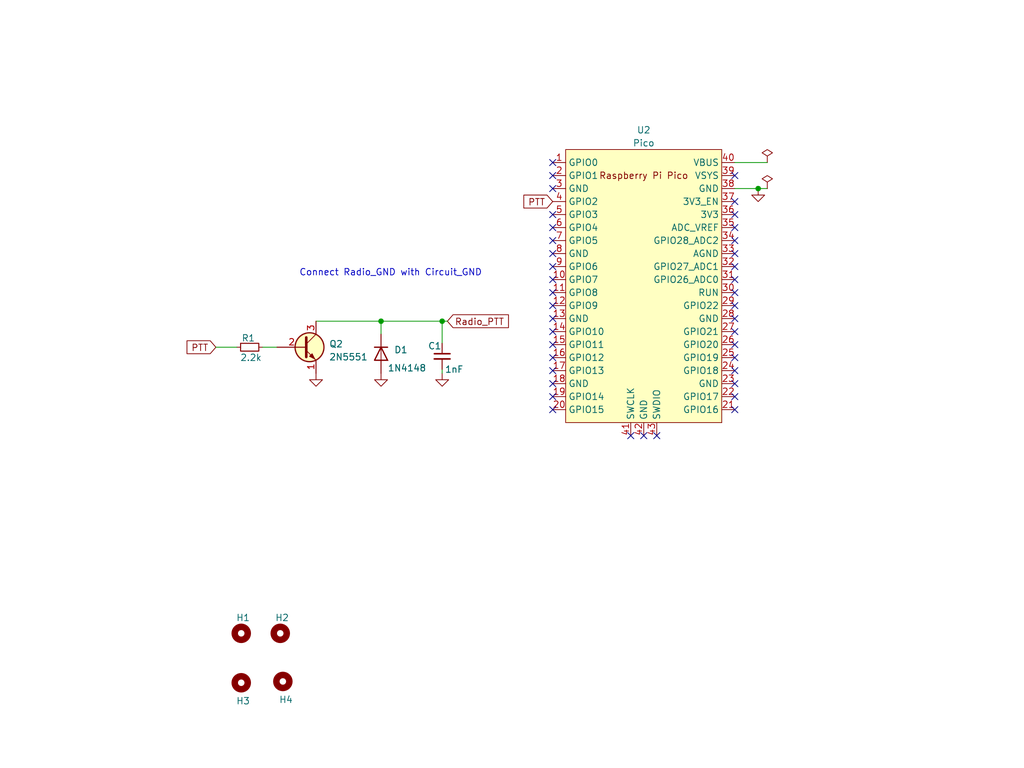
<source format=kicad_sch>
(kicad_sch (version 20230121) (generator eeschema)
  (paper "User" 200 150.012)
  (title_block (title "Bad Digirig (RTS triggers PTT digitally)") (date "2023-04-05") (rev "V0.1"))
  (lib_symbols
    (symbol "Device:C_Small" (pin_numbers hide) (pin_names (offset 0.254) hide)
      (property "Reference" "C" (at 0.254 1.778 0))
      (property "Value" "C_Small" (at 0.254 -2.032 0))
      (symbol "C_Small_0_1"
        (polyline (pts (xy -1.524 -0.508) (xy 1.524 -0.508)) (stroke (width 0.3302)))
        (polyline (pts (xy -1.524 0.508) (xy 1.524 0.508)) (stroke (width 0.3048)))
      )
      (symbol "C_Small_1_1"
        (pin passive line (at 0 2.54 270) (length 2.032) (name "~") (number "1"))
        (pin passive line (at 0 -2.54 90) (length 2.032) (name "~") (number "2"))
      )
    )
    (symbol "Device:R_Small" (pin_numbers hide) (pin_names (offset 0.254) hide)
      (property "Reference" "R" (at 0.762 0.508 0))
      (property "Value" "R_Small" (at 0.762 -1.016 0))
      (symbol "R_Small_0_1"
        (rectangle (start -0.762 1.778) (end 0.762 -1.778) (stroke (width 0.2032)))
      )
      (symbol "R_Small_1_1"
        (pin passive line (at 0 2.54 270) (length 0.762) (name "~") (number "1"))
        (pin passive line (at 0 -2.54 90) (length 0.762) (name "~") (number "2"))
      )
    )
    (symbol "Diode:1N4148" (pin_numbers hide) (pin_names hide)
      (property "Reference" "D" (at 0 2.54 0))
      (property "Value" "1N4148" (at 0 -2.54 0))
      (symbol "1N4148_0_1"
        (polyline (pts (xy -1.27 1.27) (xy -1.27 -1.27)) (stroke (width 0.254)))
        (polyline (pts (xy 1.27 0) (xy -1.27 0)))
        (polyline (pts (xy 1.27 1.27) (xy 1.27 -1.27) (xy -1.27 0) (xy 1.27 1.27)) (stroke (width 0.254)))
      )
      (symbol "1N4148_1_1"
        (pin passive line (at -3.81 0 0) (length 2.54) (name "K") (number "1"))
        (pin passive line (at 3.81 0 180) (length 2.54) (name "A") (number "2"))
      )
    )
    (symbol "Mechanical:MountingHole" (pin_names (offset 1.016))
      (property "Reference" "H" (at 0 5.08 0))
      (property "Value" "MountingHole" (at 0 3.175 0))
      (symbol "MountingHole_0_1"
        (circle (center 0 0) (radius 1.27) (stroke (width 1.27)))
      )
    )
    (symbol "PCM_Transistor_BJT_AKL:2N5551" (pin_names hide)
      (property "Reference" "Q" (at 5.08 1.27 0))
      (property "Value" "2N5551" (at 5.08 -1.27 0))
      (symbol "2N5551_0_1"
        (polyline (pts (xy 0.635 0.635) (xy 2.54 2.54)))
        (polyline (pts (xy 0.635 -0.635) (xy 2.54 -2.54) (xy 2.54 -2.54)))
        (polyline (pts (xy 0.635 1.905) (xy 0.635 -1.905) (xy 0.635 -1.905)) (stroke (width 0.508)))
        (polyline (pts (xy 1.27 -1.778) (xy 1.778 -1.27) (xy 2.286 -2.286) (xy 1.27 -1.778) (xy 1.27 -1.778)) (fill (type outline)))
        (circle (center 1.27 0) (radius 2.8194) (stroke (width 0.254)) (fill (type background)))
      )
      (symbol "2N5551_1_1"
        (pin passive line (at 2.54 -5.08 90) (length 2.54) (name "E") (number "1"))
        (pin passive line (at -5.08 0 0) (length 5.715) (name "B") (number "2"))
        (pin passive line (at 2.54 5.08 270) (length 2.54) (name "C") (number "3"))
      )
    )
    (symbol "pico_fixed:Pico"
      (property "Reference" "U2" (at 0 30.48 0))
      (property "Value" "Pico" (at 0 27.94 0))
      (symbol "Pico_0_0"
        (text "Raspberry Pi Pico" (at 0 21.59 0) (effects (font (size 1.27 1.27))))
      )
      (symbol "Pico_0_1"
        (rectangle (start -15.24 26.67) (end 15.24 -26.67) (fill (type background)))
      )
      (symbol "Pico_1_1"
        (pin bidirectional line (at -17.78 24.13 0) (length 2.54) (name "GPIO0") (number "1"))
        (pin bidirectional line (at -17.78 1.27 0) (length 2.54) (name "GPIO7") (number "10"))
        (pin bidirectional line (at -17.78 -1.27 0) (length 2.54) (name "GPIO8") (number "11"))
        (pin bidirectional line (at -17.78 -3.81 0) (length 2.54) (name "GPIO9") (number "12"))
        (pin power_in line (at -17.78 -6.35 0) (length 2.54) (name "GND") (number "13"))
        (pin bidirectional line (at -17.78 -8.89 0) (length 2.54) (name "GPIO10") (number "14"))
        (pin bidirectional line (at -17.78 -11.43 0) (length 2.54) (name "GPIO11") (number "15"))
        (pin bidirectional line (at -17.78 -13.97 0) (length 2.54) (name "GPIO12") (number "16"))
        (pin bidirectional line (at -17.78 -16.51 0) (length 2.54) (name "GPIO13") (number "17"))
        (pin power_in line (at -17.78 -19.05 0) (length 2.54) (name "GND") (number "18"))
        (pin bidirectional line (at -17.78 -21.59 0) (length 2.54) (name "GPIO14") (number "19"))
        (pin bidirectional line (at -17.78 21.59 0) (length 2.54) (name "GPIO1") (number "2"))
        (pin bidirectional line (at -17.78 -24.13 0) (length 2.54) (name "GPIO15") (number "20"))
        (pin bidirectional line (at 17.78 -24.13 180) (length 2.54) (name "GPIO16") (number "21"))
        (pin bidirectional line (at 17.78 -21.59 180) (length 2.54) (name "GPIO17") (number "22"))
        (pin power_in line (at 17.78 -19.05 180) (length 2.54) (name "GND") (number "23"))
        (pin bidirectional line (at 17.78 -16.51 180) (length 2.54) (name "GPIO18") (number "24"))
        (pin bidirectional line (at 17.78 -13.97 180) (length 2.54) (name "GPIO19") (number "25"))
        (pin bidirectional line (at 17.78 -11.43 180) (length 2.54) (name "GPIO20") (number "26"))
        (pin bidirectional line (at 17.78 -8.89 180) (length 2.54) (name "GPIO21") (number "27"))
        (pin power_in line (at 17.78 -6.35 180) (length 2.54) (name "GND") (number "28"))
        (pin bidirectional line (at 17.78 -3.81 180) (length 2.54) (name "GPIO22") (number "29"))
        (pin power_in line (at -17.78 19.05 0) (length 2.54) (name "GND") (number "3"))
        (pin input line (at 17.78 -1.27 180) (length 2.54) (name "RUN") (number "30"))
        (pin bidirectional line (at 17.78 1.27 180) (length 2.54) (name "GPIO26_ADC0") (number "31"))
        (pin bidirectional line (at 17.78 3.81 180) (length 2.54) (name "GPIO27_ADC1") (number "32"))
        (pin power_in line (at 17.78 6.35 180) (length 2.54) (name "AGND") (number "33"))
        (pin bidirectional line (at 17.78 8.89 180) (length 2.54) (name "GPIO28_ADC2") (number "34"))
        (pin power_in line (at 17.78 11.43 180) (length 2.54) (name "ADC_VREF") (number "35"))
        (pin power_in line (at 17.78 13.97 180) (length 2.54) (name "3V3") (number "36"))
        (pin input line (at 17.78 16.51 180) (length 2.54) (name "3V3_EN") (number "37"))
        (pin power_in line (at 17.78 19.05 180) (length 2.54) (name "GND") (number "38"))
        (pin power_in line (at 17.78 21.59 180) (length 2.54) (name "VSYS") (number "39"))
        (pin bidirectional line (at -17.78 16.51 0) (length 2.54) (name "GPIO2") (number "4"))
        (pin power_in line (at 17.78 24.13 180) (length 2.54) (name "VBUS") (number "40"))
        (pin input line (at -2.54 -29.21 90) (length 2.54) (name "SWCLK") (number "41"))
        (pin power_in line (at 0 -29.21 90) (length 2.54) (name "GND") (number "42"))
        (pin bidirectional line (at 2.54 -29.21 90) (length 2.54) (name "SWDIO") (number "43"))
        (pin bidirectional line (at -17.78 13.97 0) (length 2.54) (name "GPIO3") (number "5"))
        (pin bidirectional line (at -17.78 11.43 0) (length 2.54) (name "GPIO4") (number "6"))
        (pin bidirectional line (at -17.78 8.89 0) (length 2.54) (name "GPIO5") (number "7"))
        (pin power_in line (at -17.78 6.35 0) (length 2.54) (name "GND") (number "8"))
        (pin bidirectional line (at -17.78 3.81 0) (length 2.54) (name "GPIO6") (number "9"))
      )
    )
    (symbol "power:GND" (power) (pin_names (offset 0))
      (property "Value" "GND" (at 0 -3.81 0))
      (symbol "GND_0_1"
        (polyline (pts (xy 0 0) (xy 0 -1.27) (xy 1.27 -1.27) (xy 0 -2.54) (xy -1.27 -1.27) (xy 0 -1.27)))
      )
      (symbol "GND_1_1"
        (pin power_in line (at 0 0 270) (length 0) hide (name "GND") (number "1"))
      )
    )
    (symbol "power:PWR_FLAG" (power) (pin_numbers hide) (pin_names (offset 0) hide)
      (property "Value" "PWR_FLAG" (at 0 3.81 0))
      (symbol "PWR_FLAG_0_0"
        (pin power_out line (at 0 0 90) (length 0) (name "pwr") (number "1"))
      )
      (symbol "PWR_FLAG_0_1"
        (polyline (pts (xy 0 0) (xy 0 1.27) (xy -1.016 1.905) (xy 0 2.54) (xy 1.016 1.905) (xy 0 1.27)))
      )
    )
  )
  (junction (at 74.422 62.738))
  (junction (at 148.082 36.83))
  (junction (at 86.36 62.738))
  (no_connect (at 143.51 59.69))
  (no_connect (at 143.51 57.15))
  (no_connect (at 143.51 52.07))
  (no_connect (at 143.51 69.85))
  (no_connect (at 143.51 72.39))
  (no_connect (at 107.95 44.45))
  (no_connect (at 107.95 31.75))
  (no_connect (at 107.95 34.29))
  (no_connect (at 107.95 41.91))
  (no_connect (at 107.95 52.07))
  (no_connect (at 107.95 46.99))
  (no_connect (at 107.95 80.01))
  (no_connect (at 107.95 54.61))
  (no_connect (at 107.95 77.47))
  (no_connect (at 143.51 46.99))
  (no_connect (at 143.51 49.53))
  (no_connect (at 143.51 54.61))
  (no_connect (at 107.95 72.39))
  (no_connect (at 107.95 69.85))
  (no_connect (at 143.51 34.29))
  (no_connect (at 143.51 44.45))
  (no_connect (at 143.51 39.37))
  (no_connect (at 107.95 64.77))
  (no_connect (at 128.27 85.09))
  (no_connect (at 143.51 77.47))
  (no_connect (at 143.51 74.93))
  (no_connect (at 125.73 85.09))
  (no_connect (at 107.95 67.31))
  (no_connect (at 107.95 57.15))
  (no_connect (at 143.51 41.91))
  (no_connect (at 143.51 64.77))
  (no_connect (at 143.51 67.31))
  (no_connect (at 143.51 62.23))
  (no_connect (at 107.95 36.83))
  (no_connect (at 107.95 49.53))
  (no_connect (at 143.51 80.01))
  (no_connect (at 107.95 59.69))
  (no_connect (at 123.19 85.09))
  (no_connect (at 107.95 62.23))
  (no_connect (at 107.95 74.93))
  (wire (pts (xy 143.51 36.83) (xy 148.082 36.83)))
  (wire (pts (xy 86.36 62.738) (xy 87.376 62.738)))
  (wire (pts (xy 51.308 67.818) (xy 54.102 67.818)))
  (wire (pts (xy 74.422 62.738) (xy 86.36 62.738)))
  (wire (pts (xy 86.36 67.056) (xy 86.36 62.738)))
  (wire (pts (xy 143.51 31.75) (xy 149.86 31.75)))
  (wire (pts (xy 61.722 62.738) (xy 74.422 62.738)))
  (wire (pts (xy 42.164 67.818) (xy 46.228 67.818)))
  (wire (pts (xy 74.422 65.278) (xy 74.422 62.738)))
  (wire (pts (xy 86.36 72.136) (xy 86.36 72.898)))
  (wire (pts (xy 148.082 36.83) (xy 149.86 36.83)))
  (text "Connect Radio_GND with Circuit_GND" (at 58.42 54.102 0) (effects (font (size 1.27 1.27)) (justify left bottom)))
  (global_label "PTT" (shape input) (at 107.95 39.37 180) (property "Intersheetrefs" "${INTERSHEET_REFS}" (effects hide)))
  (global_label "PTT" (shape input) (at 42.164 67.818 180) (property "Intersheetrefs" "${INTERSHEET_REFS}" (effects hide)))
  (global_label "Radio_PTT" (shape input) (at 87.376 62.738 0) (property "Intersheetrefs" "${INTERSHEET_REFS}" (effects hide)))
  (symbol (lib_id "Mechanical:MountingHole") (at 47.117 123.698 0) (unit 1)
    (property "Reference" "H1" (at 46.101 120.65 0) (effects (justify left)))
    (property "Value" "MountingHole" (effects hide))
    (property "Footprint" "MountingHole:MountingHole_3.2mm_M3" (effects hide))
    (property "Sim.Device" "SPICE" (effects hide))
    (property "Sim.Params" "type=H model=\"MountingHole\"" (effects hide))
  )
  (symbol (lib_id "power:GND") (at 86.36 72.898 0) (unit 1)
    (property "Reference" "#PWR07" (effects hide))
    (property "Value" "GND" (effects hide))
  )
  (symbol (lib_id "power:GND") (at 74.422 72.898 0) (unit 1)
    (property "Reference" "#PWR06" (effects hide))
    (property "Value" "GND" (effects hide))
  )
  (symbol (lib_id "Device:R_Small") (at 48.768 67.818 90) (unit 1)
    (property "Reference" "R1" (at 48.514 66.04 90))
    (property "Value" "2.2k" (at 49.022 69.85 90))
  )
  (symbol (lib_id "Device:C_Small") (at 86.36 69.596 0) (unit 1)
    (property "Reference" "C1" (at 83.566 67.564 0) (effects (justify left)))
    (property "Value" "1nF" (at 86.868 72.136 0) (effects (justify left)))
  )
  (symbol (lib_id "Mechanical:MountingHole") (at 55.245 133.096 0) (unit 1)
    (property "Reference" "H4" (at 54.483 136.652 0) (effects (justify left)))
    (property "Value" "MountingHole" (effects hide))
    (property "Footprint" "MountingHole:MountingHole_3.2mm_M3" (effects hide))
    (property "Sim.Device" "SPICE" (effects hide))
    (property "Sim.Params" "type=H model=\"MountingHole\"" (effects hide))
  )
  (symbol (lib_id "power:GND") (at 148.082 36.83 0) (unit 1)
    (property "Reference" "#PWR02" (effects hide))
    (property "Value" "GND" (effects hide))
    (property "Sim.Device" "SPICE" (effects hide))
    (property "Sim.Params" "type=# model=\"GND\"" (effects hide))
  )
  (symbol (lib_id "PCM_Transistor_BJT_AKL:2N5551") (at 59.182 67.818 0) (unit 1)
    (property "Reference" "Q2" (at 64.262 67.183 0) (effects (justify left)))
    (property "Value" "2N5551" (at 64.262 69.723 0) (effects (justify left)))
    (property "Footprint" "Package_TO_SOT_THT_AKL:TO-92_Inline_Wide_EBC" (effects hide))
    (property "Datasheet" "https://www.tme.eu/Document/c04b84e79b341e3feb7e04aed444ac37/2N5551.PDF" (effects hide))
  )
  (symbol (lib_id "power:GND") (at 61.722 72.898 0) (unit 1)
    (property "Reference" "#PWR01" (effects hide))
    (property "Value" "GND" (effects hide))
  )
  (symbol (lib_id "power:PWR_FLAG") (at 149.86 31.75 0) (unit 1)
    (property "Reference" "#FLG0102" (effects hide))
    (property "Value" "PWR_FLAG" (effects hide))
    (property "Sim.Device" "SPICE" (effects hide))
    (property "Sim.Params" "type=# model=\"PWR_FLAG\"" (effects hide))
  )
  (symbol (lib_id "pico_fixed:Pico") (at 125.73 55.88 0) (unit 1)
    (property "Reference" "U2" (at 125.73 25.4 0))
    (property "Value" "Pico" (at 125.73 27.94 0))
    (property "Footprint" "footprints:RPi_Pico_SMD_TH_Same" (effects hide))
  )
  (symbol (lib_id "Mechanical:MountingHole") (at 54.737 123.698 0) (unit 1)
    (property "Reference" "H2" (at 53.721 120.65 0) (effects (justify left)))
    (property "Value" "MountingHole" (effects hide))
    (property "Footprint" "MountingHole:MountingHole_3.2mm_M3" (effects hide))
    (property "Sim.Device" "SPICE" (effects hide))
    (property "Sim.Params" "type=H model=\"MountingHole\"" (effects hide))
  )
  (symbol (lib_id "Mechanical:MountingHole") (at 47.117 133.35 0) (unit 1)
    (property "Reference" "H3" (at 46.101 136.906 0) (effects (justify left)))
    (property "Value" "MountingHole" (effects hide))
    (property "Footprint" "MountingHole:MountingHole_3.2mm_M3" (effects hide))
    (property "Sim.Device" "SPICE" (effects hide))
    (property "Sim.Params" "type=H model=\"MountingHole\"" (effects hide))
  )
  (symbol (lib_id "power:PWR_FLAG") (at 149.86 36.83 0) (unit 1)
    (property "Reference" "#FLG01" (effects hide))
    (property "Value" "PWR_FLAG" (effects hide))
    (property "Sim.Device" "SPICE" (effects hide))
    (property "Sim.Params" "type=# model=\"PWR_FLAG\"" (effects hide))
  )
  (symbol (lib_id "Diode:1N4148") (at 74.422 69.088 270) (unit 1)
    (property "Reference" "D1" (at 76.962 68.326 90) (effects (justify left)))
    (property "Value" "1N4148" (at 75.692 71.882 90) (effects (justify left)))
    (property "Footprint" "Diode_THT:D_DO-35_SOD27_P7.62mm_Horizontal" (effects hide))
    (property "Datasheet" "https://assets.nexperia.com/documents/data-sheet/1N4148_1N4448.pdf" (effects hide))
    (property "Sim.Device" "D" (effects hide))
    (property "Sim.Pins" "1=K 2=A" (effects hide))
  )
)
</source>
